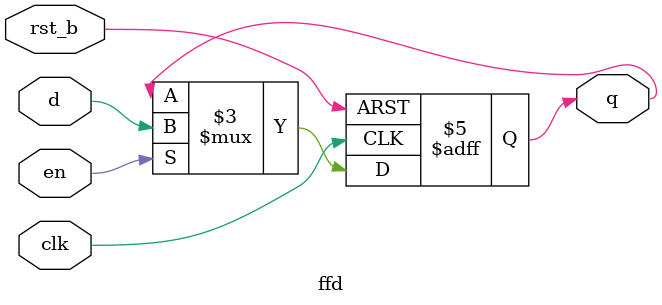
<source format=v>
module ffd (
    input clk,rst_b,
    input en,d,
    output reg q
);
    always@(posedge clk or negedge rst_b)
    begin
        if(!rst_b)
            q<=1'b0;
        else if(en)
            q<=d;
    end
endmodule
</source>
